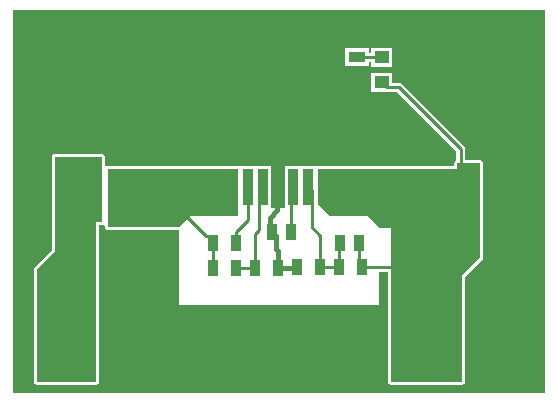
<source format=gtl>
G04*
G04 #@! TF.GenerationSoftware,Altium Limited,Altium Designer,20.1.12 (249)*
G04*
G04 Layer_Physical_Order=1*
G04 Layer_Color=255*
%FSLAX44Y44*%
%MOMM*%
G71*
G04*
G04 #@! TF.SameCoordinates,04BF7026-1835-46FC-AA2D-A1D278024C7A*
G04*
G04*
G04 #@! TF.FilePolarity,Positive*
G04*
G01*
G75*
%ADD13C,0.3000*%
%ADD15R,1.7800X0.7100*%
%ADD16R,2.8200X1.4300*%
%ADD17R,1.4300X2.8200*%
%ADD18R,0.9600X1.3900*%
%ADD19R,0.9500X1.4500*%
%ADD20R,1.3000X3.4000*%
%ADD21R,1.4500X0.9500*%
%ADD22R,1.2000X1.1000*%
%ADD23R,0.8900X3.0600*%
%ADD24R,5.3500X8.5400*%
%ADD36C,0.4000*%
%ADD37C,0.2540*%
%ADD38R,1.9500X1.9500*%
%ADD39C,1.9500*%
%ADD40C,0.6000*%
G36*
X450000Y0D02*
X0D01*
Y325000D01*
X450000D01*
Y0D01*
D02*
G37*
%LPC*%
G36*
X320332Y292540D02*
X303253D01*
Y288385D01*
X300790D01*
Y292040D01*
X281210D01*
Y277460D01*
X300790D01*
Y280615D01*
X303253D01*
Y276460D01*
X320332D01*
Y292540D01*
D02*
G37*
G36*
Y271540D02*
X303253D01*
Y255460D01*
X315647D01*
X316023Y255385D01*
X325137D01*
X375005Y205517D01*
Y197390D01*
X374169Y196831D01*
X373607Y195991D01*
X373410Y195000D01*
Y192590D01*
X269090D01*
Y192840D01*
X229710D01*
X229710Y157933D01*
X229563Y157105D01*
X228610Y156750D01*
X228506Y156750D01*
X219390D01*
X218290Y157160D01*
X218290Y158020D01*
Y192840D01*
X178910D01*
Y192590D01*
X80000D01*
X79009Y192393D01*
X78860Y192293D01*
X77590Y192972D01*
Y200000D01*
X77393Y200991D01*
X76831Y201831D01*
X75991Y202393D01*
X75000Y202590D01*
X35000D01*
X34009Y202393D01*
X33169Y201831D01*
X32607Y200991D01*
X32410Y200000D01*
Y121073D01*
X18169Y106831D01*
X17607Y105991D01*
X17410Y105000D01*
Y10000D01*
X17607Y9009D01*
X18169Y8169D01*
X19009Y7607D01*
X20000Y7410D01*
X70000D01*
X70991Y7607D01*
X71831Y8169D01*
X72393Y9009D01*
X72590Y10000D01*
Y142410D01*
X75000D01*
X75991Y142607D01*
X76140Y142707D01*
X77410Y142028D01*
Y141000D01*
X77607Y140009D01*
X78169Y139169D01*
X79009Y138607D01*
X80000Y138410D01*
X140000D01*
Y75000D01*
X310000D01*
Y103073D01*
X317410D01*
Y15000D01*
Y10000D01*
X317607Y9009D01*
X318169Y8169D01*
X319009Y7607D01*
X320000Y7410D01*
X380000D01*
X380991Y7607D01*
X381831Y8169D01*
X382393Y9009D01*
X382590Y10000D01*
Y98927D01*
X396831Y113169D01*
X397393Y114009D01*
X397590Y115000D01*
Y195000D01*
X397393Y195991D01*
X396831Y196831D01*
X395991Y197393D01*
X395000Y197590D01*
X382775D01*
Y207126D01*
X382479Y208612D01*
X381637Y209872D01*
X329493Y262017D01*
X328232Y262859D01*
X326746Y263155D01*
X320332D01*
Y271540D01*
D02*
G37*
%LPD*%
G36*
X190000Y150000D02*
X150000D01*
X141000Y141000D01*
X80000D01*
Y190000D01*
X190000D01*
Y150000D01*
D02*
G37*
G36*
X395000Y115000D02*
X380000Y100000D01*
Y10000D01*
X320000D01*
Y15000D01*
Y140000D01*
X310000D01*
X300000Y150000D01*
Y150000D01*
X268000D01*
X258000Y160000D01*
Y190000D01*
X375000D01*
X376000Y191000D01*
Y195000D01*
X395000D01*
Y115000D01*
D02*
G37*
G36*
X75000Y145000D02*
X70000D01*
Y10000D01*
X20000D01*
Y105000D01*
X35000Y120000D01*
Y200000D01*
X75000D01*
Y145000D01*
D02*
G37*
D13*
X224000Y259500D02*
X249250Y284750D01*
X224000Y248050D02*
Y259500D01*
D15*
X294193Y205400D02*
D03*
Y174600D02*
D03*
D16*
X323235Y201900D02*
D03*
Y176100D02*
D03*
X357477Y201900D02*
D03*
Y176100D02*
D03*
X150308Y202900D02*
D03*
Y177100D02*
D03*
X116065Y202900D02*
D03*
Y177100D02*
D03*
D17*
X410570Y177385D02*
D03*
X384770D02*
D03*
X410570Y143142D02*
D03*
X384770D02*
D03*
X19100D02*
D03*
X44900D02*
D03*
X19100Y178385D02*
D03*
X44900D02*
D03*
D18*
X235100Y136482D02*
D03*
X218900D02*
D03*
X293100Y127500D02*
D03*
X276900D02*
D03*
D19*
X295378Y106958D02*
D03*
X275878D02*
D03*
X259835D02*
D03*
X240335D02*
D03*
X204792Y106000D02*
D03*
X224293D02*
D03*
X169250Y127000D02*
D03*
X188750D02*
D03*
X169250Y105957D02*
D03*
X188750D02*
D03*
D20*
X87500Y167000D02*
D03*
X66500D02*
D03*
D21*
X291000Y265250D02*
D03*
Y284750D02*
D03*
D22*
X311793Y263500D02*
D03*
Y284500D02*
D03*
D23*
X185900Y175000D02*
D03*
X198600D02*
D03*
X211300D02*
D03*
X224000D02*
D03*
X236700D02*
D03*
X249400D02*
D03*
X262100D02*
D03*
D24*
X224000Y248050D02*
D03*
D36*
X217000Y148591D02*
X223609Y155200D01*
X217000Y138383D02*
Y148591D01*
Y138383D02*
X222200Y133182D01*
X224293Y106000D02*
X239378D01*
X240335Y106958D01*
X222200Y122437D02*
Y133182D01*
Y122437D02*
X224293Y120345D01*
Y106000D02*
Y120345D01*
X223609Y155200D02*
Y174609D01*
X224000Y175000D01*
D37*
X204792Y106000D02*
Y134811D01*
X208120Y138139D01*
Y171820D01*
X211300Y175000D01*
X169250Y127000D02*
Y129500D01*
X165770Y132980D02*
X169250Y129500D01*
X163270Y132980D02*
X165770D01*
X146250Y150000D02*
X163270Y132980D01*
X140000Y150000D02*
X146250D01*
X169250Y105957D02*
Y127000D01*
X295378Y106958D02*
X334842D01*
X354300Y87500D01*
X293100Y109235D02*
Y127500D01*
Y109235D02*
X295378Y106958D01*
X291250Y284500D02*
X311793D01*
X291000Y284750D02*
X291250Y284500D01*
X378890Y183265D02*
X384770Y177385D01*
X378890Y183265D02*
Y207126D01*
X326746Y259270D02*
X378890Y207126D01*
X316023Y259270D02*
X326746D01*
X311793Y263500D02*
X316023Y259270D01*
X198600Y146600D02*
Y175000D01*
X188750Y136750D02*
X198600Y146600D01*
X188750Y127000D02*
Y136750D01*
X188792Y106000D02*
X204792D01*
X188750Y105957D02*
X188792Y106000D01*
X235100Y136482D02*
Y173400D01*
X236700Y175000D01*
X275878Y106958D02*
Y126478D01*
X276900Y127500D01*
X259835Y106958D02*
X275878D01*
X249400Y175000D02*
X252580Y171820D01*
Y140581D02*
Y171820D01*
Y140581D02*
X259835Y133326D01*
Y106958D02*
Y133326D01*
D38*
X354300Y87500D02*
D03*
Y37500D02*
D03*
X43300Y87500D02*
D03*
Y37500D02*
D03*
D39*
X405100Y87500D02*
D03*
Y37500D02*
D03*
X94100Y87500D02*
D03*
Y37500D02*
D03*
D40*
X300250Y40500D02*
D03*
X242500Y37750D02*
D03*
X183750Y39250D02*
D03*
X411500Y275750D02*
D03*
X76500Y277000D02*
D03*
X403750Y308000D02*
D03*
X105250Y304500D02*
D03*
X28750Y302000D02*
D03*
X51000Y237000D02*
D03*
X86250Y239250D02*
D03*
X123750Y240000D02*
D03*
X152000D02*
D03*
X331750Y232750D02*
D03*
X312500Y234500D02*
D03*
X295000Y233750D02*
D03*
X378750Y290500D02*
D03*
X437750Y250000D02*
D03*
X442500Y137000D02*
D03*
X441000Y61750D02*
D03*
X3250Y78250D02*
D03*
X4000Y140000D02*
D03*
X4750Y179500D02*
D03*
X206000Y212050D02*
D03*
Y224050D02*
D03*
Y236050D02*
D03*
Y248050D02*
D03*
Y260050D02*
D03*
Y272050D02*
D03*
Y284050D02*
D03*
X218000Y212050D02*
D03*
Y224050D02*
D03*
Y236050D02*
D03*
Y260050D02*
D03*
Y272050D02*
D03*
Y284050D02*
D03*
X230000Y212050D02*
D03*
Y224050D02*
D03*
Y236050D02*
D03*
Y248050D02*
D03*
Y260050D02*
D03*
Y272050D02*
D03*
Y284050D02*
D03*
X242000Y212050D02*
D03*
Y224050D02*
D03*
Y236050D02*
D03*
Y248050D02*
D03*
Y260050D02*
D03*
Y272050D02*
D03*
Y284050D02*
D03*
X218000Y248050D02*
D03*
M02*

</source>
